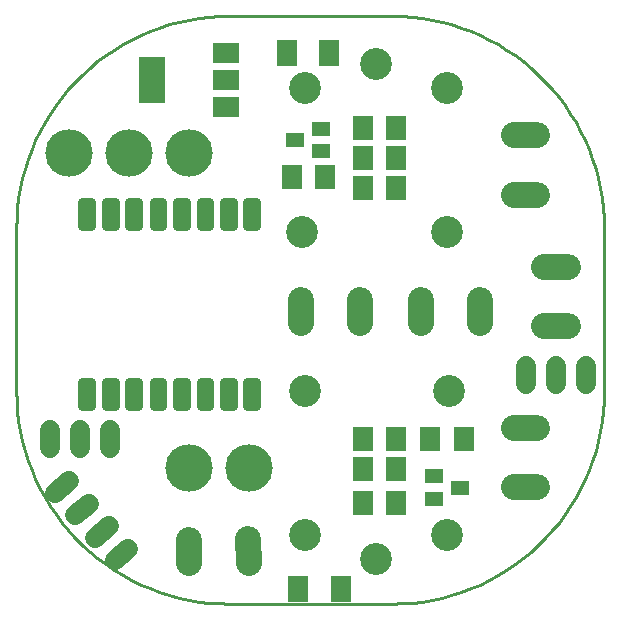
<source format=gts>
G75*
G70*
%OFA0B0*%
%FSLAX24Y24*%
%IPPOS*%
%LPD*%
%AMOC8*
5,1,8,0,0,1.08239X$1,22.5*
%
%ADD10C,0.0100*%
%ADD11C,0.0284*%
%ADD12C,0.1580*%
%ADD13R,0.0631X0.0474*%
%ADD14R,0.0710X0.0790*%
%ADD15R,0.0710X0.0789*%
%ADD16C,0.0860*%
%ADD17C,0.0680*%
%ADD18R,0.0870X0.0670*%
%ADD19R,0.0870X0.1580*%
%ADD20R,0.0671X0.0907*%
%ADD21C,0.1064*%
D10*
X007766Y000751D02*
X013187Y000751D01*
X013187Y000750D02*
X013524Y000758D01*
X013861Y000782D01*
X014196Y000822D01*
X014528Y000878D01*
X014858Y000950D01*
X015184Y001037D01*
X015505Y001140D01*
X015821Y001258D01*
X016131Y001390D01*
X016434Y001538D01*
X016731Y001699D01*
X017019Y001875D01*
X017298Y002064D01*
X017568Y002266D01*
X017828Y002481D01*
X018078Y002708D01*
X018316Y002946D01*
X018543Y003196D01*
X018758Y003456D01*
X018960Y003726D01*
X019149Y004005D01*
X019325Y004294D01*
X019486Y004590D01*
X019634Y004893D01*
X019766Y005203D01*
X019884Y005519D01*
X019987Y005840D01*
X020074Y006166D01*
X020146Y006496D01*
X020202Y006828D01*
X020242Y007163D01*
X020266Y007500D01*
X020274Y007837D01*
X020273Y007837D02*
X020273Y013258D01*
X020274Y013258D02*
X020266Y013595D01*
X020242Y013932D01*
X020202Y014267D01*
X020146Y014599D01*
X020074Y014929D01*
X019987Y015255D01*
X019884Y015576D01*
X019766Y015892D01*
X019634Y016202D01*
X019486Y016505D01*
X019325Y016802D01*
X019149Y017090D01*
X018960Y017369D01*
X018758Y017639D01*
X018543Y017899D01*
X018316Y018149D01*
X018078Y018387D01*
X017828Y018614D01*
X017568Y018829D01*
X017298Y019031D01*
X017019Y019220D01*
X016731Y019396D01*
X016434Y019557D01*
X016131Y019705D01*
X015821Y019837D01*
X015505Y019955D01*
X015184Y020058D01*
X014858Y020145D01*
X014528Y020217D01*
X014196Y020273D01*
X013861Y020313D01*
X013524Y020337D01*
X013187Y020345D01*
X007766Y020345D01*
X007429Y020337D01*
X007092Y020313D01*
X006757Y020273D01*
X006425Y020217D01*
X006095Y020145D01*
X005769Y020058D01*
X005448Y019955D01*
X005132Y019837D01*
X004822Y019705D01*
X004519Y019557D01*
X004222Y019396D01*
X003934Y019220D01*
X003655Y019031D01*
X003385Y018829D01*
X003125Y018614D01*
X002875Y018387D01*
X002637Y018149D01*
X002410Y017899D01*
X002195Y017639D01*
X001993Y017369D01*
X001804Y017090D01*
X001628Y016802D01*
X001467Y016505D01*
X001319Y016202D01*
X001187Y015892D01*
X001069Y015576D01*
X000966Y015255D01*
X000879Y014929D01*
X000807Y014599D01*
X000751Y014267D01*
X000711Y013932D01*
X000687Y013595D01*
X000679Y013258D01*
X000679Y007837D01*
X000687Y007500D01*
X000711Y007163D01*
X000751Y006828D01*
X000807Y006496D01*
X000879Y006166D01*
X000966Y005840D01*
X001069Y005519D01*
X001187Y005203D01*
X001319Y004893D01*
X001467Y004590D01*
X001628Y004294D01*
X001804Y004005D01*
X001993Y003726D01*
X002195Y003456D01*
X002410Y003196D01*
X002637Y002946D01*
X002875Y002708D01*
X003125Y002481D01*
X003385Y002266D01*
X003655Y002064D01*
X003934Y001875D01*
X004222Y001699D01*
X004519Y001538D01*
X004822Y001390D01*
X005132Y001258D01*
X005448Y001140D01*
X005769Y001037D01*
X006095Y000950D01*
X006425Y000878D01*
X006757Y000822D01*
X007092Y000782D01*
X007429Y000758D01*
X007766Y000750D01*
D11*
X007897Y007329D02*
X007897Y008125D01*
X007897Y007329D02*
X007601Y007329D01*
X007601Y008125D01*
X007897Y008125D01*
X007897Y007612D02*
X007601Y007612D01*
X007601Y007895D02*
X007897Y007895D01*
X008678Y008125D02*
X008678Y007329D01*
X008382Y007329D01*
X008382Y008125D01*
X008678Y008125D01*
X008678Y007612D02*
X008382Y007612D01*
X008382Y007895D02*
X008678Y007895D01*
X007116Y008125D02*
X007116Y007329D01*
X006820Y007329D01*
X006820Y008125D01*
X007116Y008125D01*
X007116Y007612D02*
X006820Y007612D01*
X006820Y007895D02*
X007116Y007895D01*
X006334Y008125D02*
X006334Y007329D01*
X006038Y007329D01*
X006038Y008125D01*
X006334Y008125D01*
X006334Y007612D02*
X006038Y007612D01*
X006038Y007895D02*
X006334Y007895D01*
X005553Y008125D02*
X005553Y007329D01*
X005257Y007329D01*
X005257Y008125D01*
X005553Y008125D01*
X005553Y007612D02*
X005257Y007612D01*
X005257Y007895D02*
X005553Y007895D01*
X004741Y008125D02*
X004741Y007329D01*
X004445Y007329D01*
X004445Y008125D01*
X004741Y008125D01*
X004741Y007612D02*
X004445Y007612D01*
X004445Y007895D02*
X004741Y007895D01*
X003959Y008125D02*
X003959Y007329D01*
X003663Y007329D01*
X003663Y008125D01*
X003959Y008125D01*
X003959Y007612D02*
X003663Y007612D01*
X003663Y007895D02*
X003959Y007895D01*
X003178Y008125D02*
X003178Y007329D01*
X002882Y007329D01*
X002882Y008125D01*
X003178Y008125D01*
X003178Y007612D02*
X002882Y007612D01*
X002882Y007895D02*
X003178Y007895D01*
X003178Y013329D02*
X003178Y014125D01*
X003178Y013329D02*
X002882Y013329D01*
X002882Y014125D01*
X003178Y014125D01*
X003178Y013612D02*
X002882Y013612D01*
X002882Y013895D02*
X003178Y013895D01*
X003959Y014125D02*
X003959Y013329D01*
X003663Y013329D01*
X003663Y014125D01*
X003959Y014125D01*
X003959Y013612D02*
X003663Y013612D01*
X003663Y013895D02*
X003959Y013895D01*
X004741Y014125D02*
X004741Y013329D01*
X004445Y013329D01*
X004445Y014125D01*
X004741Y014125D01*
X004741Y013612D02*
X004445Y013612D01*
X004445Y013895D02*
X004741Y013895D01*
X005553Y014125D02*
X005553Y013329D01*
X005257Y013329D01*
X005257Y014125D01*
X005553Y014125D01*
X005553Y013612D02*
X005257Y013612D01*
X005257Y013895D02*
X005553Y013895D01*
X006334Y014125D02*
X006334Y013329D01*
X006038Y013329D01*
X006038Y014125D01*
X006334Y014125D01*
X006334Y013612D02*
X006038Y013612D01*
X006038Y013895D02*
X006334Y013895D01*
X007116Y014125D02*
X007116Y013329D01*
X006820Y013329D01*
X006820Y014125D01*
X007116Y014125D01*
X007116Y013612D02*
X006820Y013612D01*
X006820Y013895D02*
X007116Y013895D01*
X007897Y014125D02*
X007897Y013329D01*
X007601Y013329D01*
X007601Y014125D01*
X007897Y014125D01*
X007897Y013612D02*
X007601Y013612D01*
X007601Y013895D02*
X007897Y013895D01*
X008678Y014125D02*
X008678Y013329D01*
X008382Y013329D01*
X008382Y014125D01*
X008678Y014125D01*
X008678Y013612D02*
X008382Y013612D01*
X008382Y013895D02*
X008678Y013895D01*
D12*
X006434Y015758D03*
X004434Y015758D03*
X002434Y015758D03*
X006434Y005258D03*
X008434Y005258D03*
D13*
X014599Y004994D03*
X014599Y004246D03*
X015465Y004620D03*
X010851Y015837D03*
X010851Y016585D03*
X009985Y016211D03*
D14*
X009862Y014961D03*
X010982Y014961D03*
X012233Y014592D03*
X012225Y015602D03*
X013345Y015602D03*
X013353Y014592D03*
X013345Y006242D03*
X013345Y005244D03*
X012225Y005244D03*
X012225Y006242D03*
X014472Y006242D03*
X015591Y006242D03*
D15*
X013336Y004120D03*
X012234Y004120D03*
X012226Y016616D03*
X013328Y016616D03*
D16*
X017264Y016364D02*
X018044Y016364D01*
X018044Y014384D02*
X017264Y014384D01*
X018284Y011989D02*
X019064Y011989D01*
X019064Y010009D02*
X018284Y010009D01*
X016146Y010095D02*
X016146Y010875D01*
X014166Y010875D02*
X014166Y010095D01*
X012153Y010095D02*
X012153Y010875D01*
X010173Y010875D02*
X010173Y010095D01*
X017262Y006608D02*
X018042Y006608D01*
X018042Y004628D02*
X017262Y004628D01*
X008419Y002895D02*
X008425Y002115D01*
X006445Y002098D02*
X006439Y002878D01*
D17*
X003758Y003340D02*
X003308Y002943D01*
X002646Y003693D02*
X003096Y004090D01*
X002435Y004840D02*
X001985Y004443D01*
X001801Y005942D02*
X001801Y006542D01*
X002801Y006542D02*
X002801Y005942D01*
X003801Y005942D02*
X003801Y006542D01*
X004419Y002590D02*
X003969Y002193D01*
X017674Y008073D02*
X017675Y008673D01*
X018675Y008671D02*
X018674Y008071D01*
X019674Y008069D02*
X019675Y008669D01*
D18*
X007682Y017310D03*
X007682Y018210D03*
X007682Y019110D03*
D19*
X005202Y018200D03*
D20*
X009701Y019114D03*
X011119Y019114D03*
X011497Y001250D03*
X010080Y001250D03*
D21*
X010298Y003030D03*
X012660Y002243D03*
X015023Y003030D03*
X015101Y007833D03*
X010298Y007833D03*
X010219Y013137D03*
X015023Y013137D03*
X015023Y017941D03*
X012660Y018728D03*
X010298Y017941D03*
M02*

</source>
